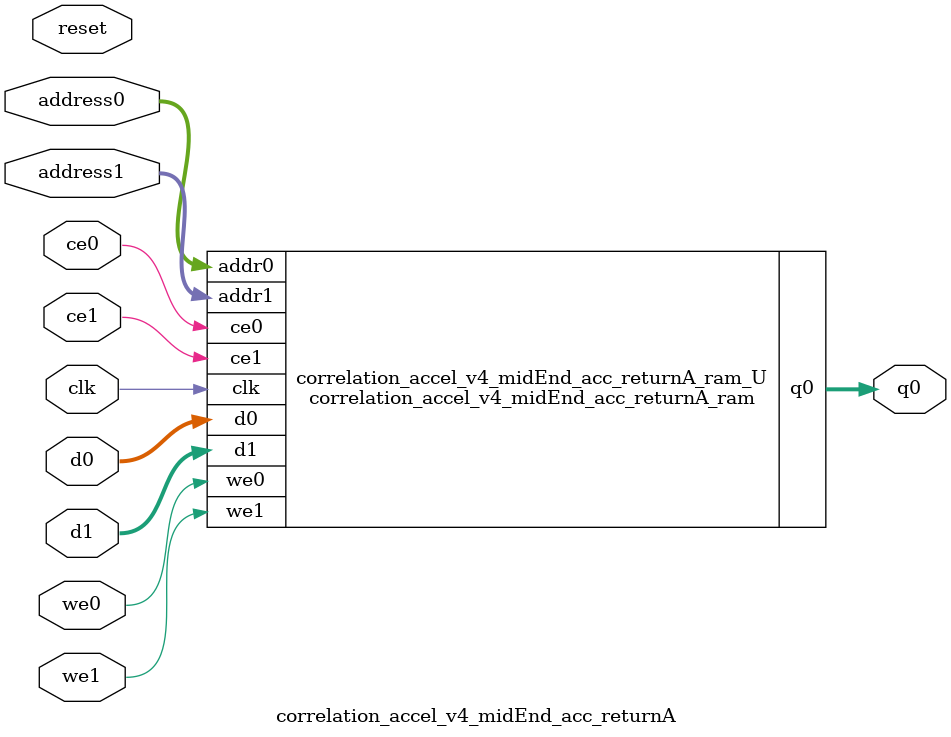
<source format=v>

`timescale 1 ns / 1 ps
module correlation_accel_v4_midEnd_acc_returnA_ram (addr0, ce0, d0, we0, q0, addr1, ce1, d1, we1,  clk);

parameter DWIDTH = 32;
parameter AWIDTH = 3;
parameter MEM_SIZE = 6;

input[AWIDTH-1:0] addr0;
input ce0;
input[DWIDTH-1:0] d0;
input we0;
output reg[DWIDTH-1:0] q0;
input[AWIDTH-1:0] addr1;
input ce1;
input[DWIDTH-1:0] d1;
input we1;
input clk;

(* ram_style = "distributed" *)reg [DWIDTH-1:0] ram[MEM_SIZE-1:0];




always @(posedge clk)  
begin 
    if (ce0) 
    begin
        if (we0) 
        begin 
            ram[addr0] <= d0; 
            q0 <= d0;
        end 
        else 
            q0 <= ram[addr0];
    end
end


always @(posedge clk)  
begin 
    if (ce1) 
    begin
        if (we1) 
        begin 
            ram[addr1] <= d1; 
        end 
    end
end


endmodule


`timescale 1 ns / 1 ps
module correlation_accel_v4_midEnd_acc_returnA(
    reset,
    clk,
    address0,
    ce0,
    we0,
    d0,
    q0,
    address1,
    ce1,
    we1,
    d1);

parameter DataWidth = 32'd32;
parameter AddressRange = 32'd6;
parameter AddressWidth = 32'd3;
input reset;
input clk;
input[AddressWidth - 1:0] address0;
input ce0;
input we0;
input[DataWidth - 1:0] d0;
output[DataWidth - 1:0] q0;
input[AddressWidth - 1:0] address1;
input ce1;
input we1;
input[DataWidth - 1:0] d1;



correlation_accel_v4_midEnd_acc_returnA_ram correlation_accel_v4_midEnd_acc_returnA_ram_U(
    .clk( clk ),
    .addr0( address0 ),
    .ce0( ce0 ),
    .d0( d0 ),
    .we0( we0 ),
    .q0( q0 ),
    .addr1( address1 ),
    .ce1( ce1 ),
    .d1( d1 ),
    .we1( we1 ));

endmodule


</source>
